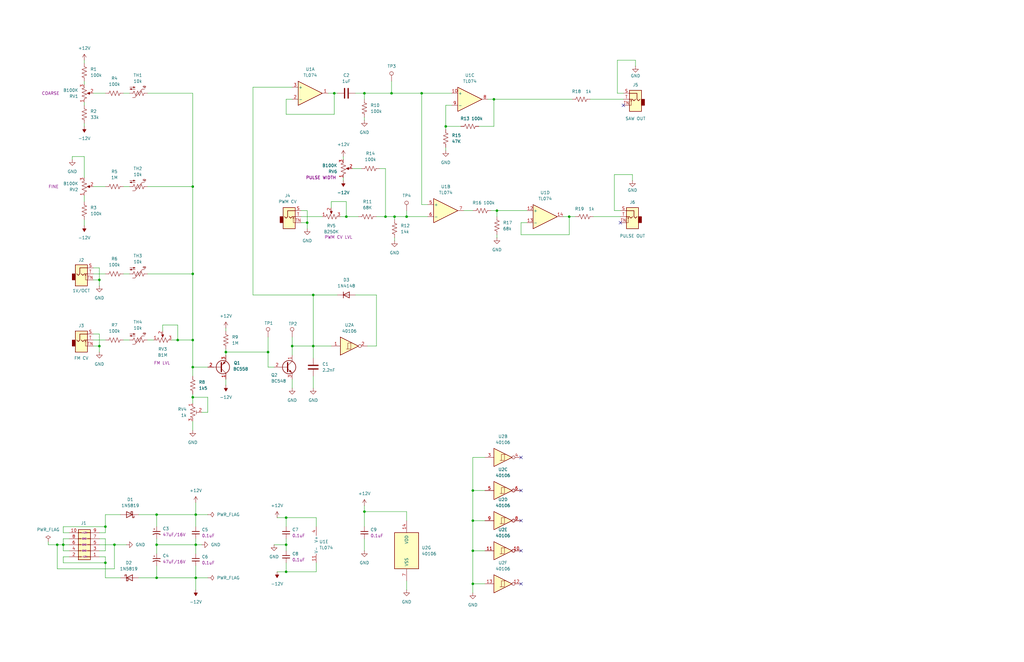
<source format=kicad_sch>
(kicad_sch (version 20250114) (generator "eeschema") (generator_version "9.0")
  (paper "B")
  (junction (at 132.08 146.05))
  (junction (at 166.37 91.44))
  (junction (at 82.55 229.87))
  (junction (at 171.45 91.44))
  (junction (at 81.28 78.74))
  (junction (at 120.65 241.3))
  (junction (at 82.55 217.17))
  (junction (at 26.67 229.87))
  (junction (at 199.39 207.01))
  (junction (at 74.93 143.51))
  (junction (at 123.19 146.05))
  (junction (at 177.8 39.37))
  (junction (at 81.28 167.64))
  (junction (at 146.05 91.44))
  (junction (at 187.96 53.34))
  (junction (at 199.39 219.71))
  (junction (at 44.45 222.25))
  (junction (at 66.04 243.84))
  (junction (at 66.04 229.87))
  (junction (at 41.91 146.05))
  (junction (at 82.55 243.84))
  (junction (at 162.56 91.44))
  (junction (at 120.65 218.44))
  (junction (at 240.03 91.44))
  (junction (at 81.28 115.57))
  (junction (at 120.65 229.87))
  (junction (at 81.28 143.51))
  (junction (at 140.97 39.37))
  (junction (at 199.39 246.38))
  (junction (at 41.91 118.11))
  (junction (at 208.28 41.91))
  (junction (at 48.26 229.87))
  (junction (at 24.13 229.87))
  (junction (at 44.45 237.49))
  (junction (at 209.55 88.9))
  (junction (at 153.67 39.37))
  (junction (at 153.67 215.9))
  (junction (at 66.04 217.17))
  (junction (at 113.03 148.59))
  (junction (at 165.1 39.37))
  (junction (at 81.28 154.94))
  (junction (at 199.39 232.41))
  (junction (at 95.25 148.59))
  (junction (at 129.54 93.98))
  (junction (at 132.08 124.46))
  (no_connect (at 219.71 207.01))
  (no_connect (at 219.71 246.38))
  (no_connect (at 219.71 232.41))
  (no_connect (at 219.71 193.04))
  (no_connect (at 261.62 93.98))
  (no_connect (at 262.89 44.45))
  (no_connect (at 219.71 219.71))
  (bus_entry (at 439.42 80.01) (size 2.54 2.54))
  (wire (pts (xy 250.19 91.44) (xy 261.62 91.44)))
  (wire (pts (xy 44.45 217.17) (xy 44.45 222.25)))
  (wire (pts (xy 154.94 146.05) (xy 158.75 146.05)))
  (wire (pts (xy 26.67 229.87) (xy 26.67 227.33)))
  (wire (pts (xy 260.35 25.4) (xy 267.97 25.4)))
  (wire (pts (xy 146.05 85.09) (xy 146.05 91.44)))
  (wire (pts (xy 144.78 66.04) (xy 144.78 67.31)))
  (wire (pts (xy 204.47 232.41) (xy 199.39 232.41)))
  (wire (pts (xy 259.08 88.9) (xy 259.08 73.66)))
  (wire (pts (xy 123.19 160.02) (xy 123.19 163.83)))
  (wire (pts (xy 199.39 207.01) (xy 199.39 219.71)))
  (wire (pts (xy 62.23 115.57) (xy 81.28 115.57)))
  (wire (pts (xy 87.63 167.64) (xy 81.28 167.64)))
  (wire (pts (xy 44.45 243.84) (xy 50.8 243.84)))
  (wire (pts (xy 113.03 148.59) (xy 113.03 142.24)))
  (wire (pts (xy 133.35 237.49) (xy 133.35 241.3)))
  (wire (pts (xy 66.04 229.87) (xy 66.04 233.68)))
  (wire (pts (xy 240.03 91.44) (xy 240.03 99.06)))
  (wire (pts (xy 187.96 44.45) (xy 190.5 44.45)))
  (wire (pts (xy 82.55 243.84) (xy 87.63 243.84)))
  (wire (pts (xy 74.93 137.16) (xy 74.93 143.51)))
  (wire (pts (xy 120.65 41.91) (xy 123.19 41.91)))
  (wire (pts (xy 199.39 246.38) (xy 199.39 250.19)))
  (wire (pts (xy 153.67 215.9) (xy 171.45 215.9)))
  (wire (pts (xy 81.28 143.51) (xy 81.28 115.57)))
  (wire (pts (xy 160.02 71.12) (xy 162.56 71.12)))
  (wire (pts (xy 81.28 154.94) (xy 81.28 158.75)))
  (wire (pts (xy 204.47 219.71) (xy 199.39 219.71)))
  (wire (pts (xy 260.35 39.37) (xy 262.89 39.37)))
  (wire (pts (xy 106.68 124.46) (xy 132.08 124.46)))
  (wire (pts (xy 62.23 78.74) (xy 81.28 78.74)))
  (wire (pts (xy 165.1 39.37) (xy 177.8 39.37)))
  (wire (pts (xy 52.07 39.37) (xy 54.61 39.37)))
  (wire (pts (xy 82.55 229.87) (xy 85.09 229.87)))
  (wire (pts (xy 74.93 143.51) (xy 72.39 143.51)))
  (wire (pts (xy 199.39 193.04) (xy 199.39 207.01)))
  (wire (pts (xy 62.23 39.37) (xy 81.28 39.37)))
  (wire (pts (xy 166.37 91.44) (xy 166.37 92.71)))
  (wire (pts (xy 259.08 73.66) (xy 266.7 73.66)))
  (wire (pts (xy 87.63 173.99) (xy 87.63 167.64)))
  (wire (pts (xy 116.84 241.3) (xy 120.65 241.3)))
  (wire (pts (xy 162.56 91.44) (xy 158.75 91.44)))
  (wire (pts (xy 81.28 177.8) (xy 81.28 181.61)))
  (wire (pts (xy 209.55 88.9) (xy 209.55 91.44)))
  (wire (pts (xy 95.25 147.32) (xy 95.25 148.59)))
  (wire (pts (xy 82.55 227.33) (xy 82.55 229.87)))
  (wire (pts (xy 153.67 39.37) (xy 153.67 41.91)))
  (wire (pts (xy 58.42 217.17) (xy 66.04 217.17)))
  (wire (pts (xy 39.37 140.97) (xy 41.91 140.97)))
  (wire (pts (xy 48.26 229.87) (xy 53.34 229.87)))
  (wire (pts (xy 204.47 193.04) (xy 199.39 193.04)))
  (wire (pts (xy 199.39 219.71) (xy 199.39 232.41)))
  (wire (pts (xy 82.55 217.17) (xy 87.63 217.17)))
  (wire (pts (xy 44.45 222.25) (xy 26.67 222.25)))
  (wire (pts (xy 68.58 139.7) (xy 68.58 137.16)))
  (wire (pts (xy 35.56 52.07) (xy 35.56 53.34)))
  (wire (pts (xy 82.55 217.17) (xy 82.55 222.25)))
  (wire (pts (xy 259.08 88.9) (xy 261.62 88.9)))
  (wire (pts (xy 95.25 160.02) (xy 95.25 162.56)))
  (wire (pts (xy 209.55 99.06) (xy 209.55 100.33)))
  (wire (pts (xy 39.37 39.37) (xy 44.45 39.37)))
  (wire (pts (xy 123.19 146.05) (xy 132.08 146.05)))
  (wire (pts (xy 187.96 62.23) (xy 187.96 63.5)))
  (wire (pts (xy 195.58 88.9) (xy 199.39 88.9)))
  (wire (pts (xy 39.37 78.74) (xy 44.45 78.74)))
  (wire (pts (xy 20.32 228.6) (xy 20.32 229.87)))
  (wire (pts (xy 20.32 229.87) (xy 24.13 229.87)))
  (wire (pts (xy 44.45 217.17) (xy 50.8 217.17)))
  (wire (pts (xy 208.28 41.91) (xy 205.74 41.91)))
  (wire (pts (xy 82.55 243.84) (xy 82.55 248.92)))
  (wire (pts (xy 120.65 229.87) (xy 115.57 229.87)))
  (wire (pts (xy 177.8 86.36) (xy 180.34 86.36)))
  (wire (pts (xy 41.91 227.33) (xy 44.45 227.33)))
  (wire (pts (xy 152.4 71.12) (xy 148.59 71.12)))
  (wire (pts (xy 120.65 218.44) (xy 120.65 222.25)))
  (wire (pts (xy 204.47 207.01) (xy 199.39 207.01)))
  (wire (pts (xy 208.28 53.34) (xy 201.93 53.34)))
  (wire (pts (xy 66.04 229.87) (xy 82.55 229.87)))
  (wire (pts (xy 106.68 36.83) (xy 123.19 36.83)))
  (wire (pts (xy 29.21 234.95) (xy 26.67 234.95)))
  (wire (pts (xy 113.03 154.94) (xy 115.57 154.94)))
  (wire (pts (xy 177.8 39.37) (xy 190.5 39.37)))
  (wire (pts (xy 240.03 91.44) (xy 242.57 91.44)))
  (wire (pts (xy 153.67 49.53) (xy 153.67 50.8)))
  (wire (pts (xy 171.45 215.9) (xy 171.45 219.71)))
  (wire (pts (xy 127 88.9) (xy 129.54 88.9)))
  (wire (pts (xy 44.45 237.49) (xy 44.45 234.95)))
  (wire (pts (xy 35.56 92.71) (xy 35.56 95.25)))
  (wire (pts (xy 41.91 146.05) (xy 41.91 148.59)))
  (wire (pts (xy 120.65 232.41) (xy 120.65 229.87)))
  (wire (pts (xy 133.35 222.25) (xy 133.35 218.44)))
  (wire (pts (xy 41.91 229.87) (xy 48.26 229.87)))
  (wire (pts (xy 153.67 227.33) (xy 153.67 232.41)))
  (wire (pts (xy 39.37 118.11) (xy 41.91 118.11)))
  (wire (pts (xy 66.04 243.84) (xy 82.55 243.84)))
  (wire (pts (xy 24.13 229.87) (xy 24.13 240.03)))
  (wire (pts (xy 41.91 140.97) (xy 41.91 146.05)))
  (wire (pts (xy 68.58 137.16) (xy 74.93 137.16)))
  (wire (pts (xy 35.56 66.04) (xy 30.48 66.04)))
  (wire (pts (xy 39.37 115.57) (xy 44.45 115.57)))
  (wire (pts (xy 158.75 124.46) (xy 158.75 146.05)))
  (wire (pts (xy 209.55 88.9) (xy 222.25 88.9)))
  (wire (pts (xy 26.67 234.95) (xy 26.67 237.49)))
  (wire (pts (xy 26.67 224.79) (xy 26.67 222.25)))
  (wire (pts (xy 52.07 78.74) (xy 54.61 78.74)))
  (wire (pts (xy 26.67 229.87) (xy 29.21 229.87)))
  (wire (pts (xy 44.45 243.84) (xy 44.45 237.49)))
  (wire (pts (xy 26.67 229.87) (xy 24.13 229.87)))
  (wire (pts (xy 116.84 218.44) (xy 120.65 218.44)))
  (wire (pts (xy 95.25 138.43) (xy 95.25 139.7)))
  (wire (pts (xy 44.45 222.25) (xy 44.45 224.79)))
  (wire (pts (xy 39.37 113.03) (xy 41.91 113.03)))
  (wire (pts (xy 143.51 91.44) (xy 146.05 91.44)))
  (wire (pts (xy 248.92 41.91) (xy 262.89 41.91)))
  (wire (pts (xy 132.08 158.75) (xy 132.08 163.83)))
  (wire (pts (xy 140.97 39.37) (xy 142.24 39.37)))
  (wire (pts (xy 81.28 143.51) (xy 81.28 154.94)))
  (wire (pts (xy 81.28 166.37) (xy 81.28 167.64)))
  (wire (pts (xy 35.56 82.55) (xy 35.56 85.09)))
  (wire (pts (xy 26.67 232.41) (xy 26.67 229.87)))
  (wire (pts (xy 194.31 53.34) (xy 187.96 53.34)))
  (wire (pts (xy 260.35 39.37) (xy 260.35 25.4)))
  (wire (pts (xy 153.67 213.36) (xy 153.67 215.9)))
  (wire (pts (xy 149.86 39.37) (xy 153.67 39.37)))
  (wire (pts (xy 52.07 143.51) (xy 54.61 143.51)))
  (wire (pts (xy 44.45 227.33) (xy 44.45 232.41)))
  (wire (pts (xy 266.7 73.66) (xy 266.7 76.2)))
  (wire (pts (xy 171.45 91.44) (xy 171.45 88.9)))
  (wire (pts (xy 267.97 25.4) (xy 267.97 27.94)))
  (wire (pts (xy 207.01 88.9) (xy 209.55 88.9)))
  (wire (pts (xy 81.28 115.57) (xy 81.28 78.74)))
  (wire (pts (xy 120.65 48.26) (xy 120.65 41.91)))
  (wire (pts (xy 166.37 91.44) (xy 171.45 91.44)))
  (wire (pts (xy 204.47 246.38) (xy 199.39 246.38)))
  (wire (pts (xy 48.26 240.03) (xy 48.26 229.87)))
  (wire (pts (xy 133.35 241.3) (xy 120.65 241.3)))
  (wire (pts (xy 30.48 66.04) (xy 30.48 67.31)))
  (wire (pts (xy 29.21 232.41) (xy 26.67 232.41)))
  (wire (pts (xy 187.96 53.34) (xy 187.96 44.45)))
  (wire (pts (xy 166.37 100.33) (xy 166.37 101.6)))
  (wire (pts (xy 129.54 88.9) (xy 129.54 93.98)))
  (wire (pts (xy 171.45 245.11) (xy 171.45 248.92)))
  (wire (pts (xy 66.04 238.76) (xy 66.04 243.84)))
  (wire (pts (xy 29.21 224.79) (xy 26.67 224.79)))
  (wire (pts (xy 132.08 124.46) (xy 132.08 146.05)))
  (wire (pts (xy 132.08 146.05) (xy 139.7 146.05)))
  (wire (pts (xy 39.37 143.51) (xy 44.45 143.51)))
  (wire (pts (xy 127 93.98) (xy 129.54 93.98)))
  (wire (pts (xy 177.8 39.37) (xy 177.8 86.36)))
  (wire (pts (xy 162.56 91.44) (xy 166.37 91.44)))
  (wire (pts (xy 158.75 124.46) (xy 149.86 124.46)))
  (wire (pts (xy 120.65 241.3) (xy 120.65 237.49)))
  (wire (pts (xy 139.7 87.63) (xy 139.7 85.09)))
  (wire (pts (xy 132.08 146.05) (xy 132.08 151.13)))
  (wire (pts (xy 240.03 99.06) (xy 219.71 99.06)))
  (wire (pts (xy 35.56 34.29) (xy 35.56 35.56)))
  (wire (pts (xy 142.24 124.46) (xy 132.08 124.46)))
  (wire (pts (xy 74.93 143.51) (xy 81.28 143.51)))
  (wire (pts (xy 153.67 215.9) (xy 153.67 222.25)))
  (wire (pts (xy 127 91.44) (xy 135.89 91.44)))
  (wire (pts (xy 81.28 167.64) (xy 81.28 170.18)))
  (wire (pts (xy 66.04 217.17) (xy 82.55 217.17)))
  (wire (pts (xy 187.96 53.34) (xy 187.96 54.61)))
  (wire (pts (xy 129.54 93.98) (xy 129.54 96.52)))
  (wire (pts (xy 138.43 39.37) (xy 140.97 39.37)))
  (wire (pts (xy 237.49 91.44) (xy 240.03 91.44)))
  (wire (pts (xy 219.71 99.06) (xy 219.71 93.98)))
  (wire (pts (xy 95.25 148.59) (xy 95.25 149.86)))
  (wire (pts (xy 120.65 218.44) (xy 133.35 218.44)))
  (wire (pts (xy 144.78 74.93) (xy 144.78 76.2)))
  (wire (pts (xy 66.04 217.17) (xy 66.04 222.25)))
  (wire (pts (xy 81.28 154.94) (xy 87.63 154.94)))
  (wire (pts (xy 113.03 148.59) (xy 113.03 154.94)))
  (wire (pts (xy 165.1 34.29) (xy 165.1 39.37)))
  (wire (pts (xy 241.3 41.91) (xy 208.28 41.91)))
  (wire (pts (xy 44.45 224.79) (xy 41.91 224.79)))
  (wire (pts (xy 52.07 115.57) (xy 54.61 115.57)))
  (wire (pts (xy 153.67 39.37) (xy 165.1 39.37)))
  (wire (pts (xy 106.68 124.46) (xy 106.68 36.83)))
  (wire (pts (xy 41.91 232.41) (xy 44.45 232.41)))
  (wire (pts (xy 146.05 91.44) (xy 151.13 91.44)))
  (wire (pts (xy 41.91 113.03) (xy 41.91 118.11)))
  (wire (pts (xy 140.97 39.37) (xy 140.97 48.26)))
  (wire (pts (xy 139.7 85.09) (xy 146.05 85.09)))
  (wire (pts (xy 35.56 25.4) (xy 35.56 26.67)))
  (wire (pts (xy 85.09 173.99) (xy 87.63 173.99)))
  (wire (pts (xy 66.04 227.33) (xy 66.04 229.87)))
  (wire (pts (xy 162.56 71.12) (xy 162.56 91.44)))
  (wire (pts (xy 82.55 229.87) (xy 82.55 233.68)))
  (wire (pts (xy 123.19 146.05) (xy 123.19 149.86)))
  (wire (pts (xy 95.25 148.59) (xy 113.03 148.59)))
  (wire (pts (xy 35.56 43.18) (xy 35.56 44.45)))
  (wire (pts (xy 82.55 212.09) (xy 82.55 217.17)))
  (wire (pts (xy 26.67 227.33) (xy 29.21 227.33)))
  (wire (pts (xy 199.39 232.41) (xy 199.39 246.38)))
  (wire (pts (xy 123.19 142.24) (xy 123.19 146.05)))
  (wire (pts (xy 41.91 234.95) (xy 44.45 234.95)))
  (wire (pts (xy 41.91 118.11) (xy 41.91 120.65)))
  (wire (pts (xy 39.37 146.05) (xy 41.91 146.05)))
  (wire (pts (xy 219.71 93.98) (xy 222.25 93.98)))
  (wire (pts (xy 35.56 74.93) (xy 35.56 66.04)))
  (wire (pts (xy 82.55 243.84) (xy 82.55 238.76)))
  (wire (pts (xy 171.45 91.44) (xy 180.34 91.44)))
  (wire (pts (xy 66.04 243.84) (xy 58.42 243.84)))
  (wire (pts (xy 140.97 48.26) (xy 120.65 48.26)))
  (wire (pts (xy 24.13 240.03) (xy 48.26 240.03)))
  (wire (pts (xy 26.67 237.49) (xy 44.45 237.49)))
  (wire (pts (xy 62.23 143.51) (xy 64.77 143.51)))
  (wire (pts (xy 208.28 41.91) (xy 208.28 53.34)))
  (wire (pts (xy 81.28 39.37) (xy 81.28 78.74)))
  (wire (pts (xy 120.65 227.33) (xy 120.65 229.87)))
  (symbol (lib_id "Connector_Audio:AudioJack2_SwitchT") (at 266.7 91.44 0) (mirror y) (unit 1)
    (property "Reference" "J6" (at 266.7 85.344 0))
    (property "Value" "PULSE OUT" (at 266.7 99.568 0))
    (property "Footprint" "Connector_Audio:Jack_3.5mm_QingPu_WQP-PJ398SM_Vertical_CircularHoles" (effects (hide yes)))
    (property "Description" "Audio Jack, 2 Poles (Mono / TS), Switched T Pole (Normalling)" (effects (hide yes)))
    (property "Label" "PULSE" (effects (hide yes)))
  )
  (symbol (lib_id "Device:R_US") (at 156.21 71.12 270) (unit 1)
    (property "Reference" "R14" (at 156.21 64.77 90))
    (property "Value" "100k" (at 156.21 67.31 90))
    (property "Footprint" "JesseCustom:R_Axial_DIN0207_L6.3mm_D2.5mm_P10.16mm_Horizontal_VALUEINSIDE" (effects (hide yes)))
    (property "Description" "Resistor, US symbol" (effects (hide yes)))
  )
  (symbol (lib_id "Device:R_US") (at 153.67 45.72 180) (unit 1)
    (property "Reference" "R10" (at 156.21 44.4499 0) (effects (justify right)))
    (property "Value" "100k" (at 156.21 46.9899 0) (effects (justify right)))
    (property "Footprint" "JesseCustom:R_Axial_DIN0207_L6.3mm_D2.5mm_P10.16mm_Horizontal_VALUEINSIDE" (effects (hide yes)))
    (property "Description" "Resistor, US symbol" (effects (hide yes)))
  )
  (symbol (lib_id "power:+12V") (at 82.55 212.09 0) (unit 1)
    (property "Reference" "#PWR022" (effects (hide yes)))
    (property "Value" "+12V" (at 82.55 207.01 0))
    (property "Description" "Power symbol creates a global label with name \"+12V\"" (effects (hide yes)))
  )
  (symbol (lib_id "Device:R_US") (at 81.28 162.56 0) (unit 1)
    (property "Reference" "R8" (at 83.82 161.2899 0) (effects (justify left)))
    (property "Value" "1k5" (at 83.82 163.8299 0) (effects (justify left)))
    (property "Footprint" "JesseCustom:R_Axial_DIN0207_L6.3mm_D2.5mm_P10.16mm_Horizontal_VALUEINSIDE" (effects (hide yes)))
    (property "Description" "Resistor, US symbol" (effects (hide yes)))
  )
  (symbol (lib_id "power:+12V") (at 95.25 138.43 0) (unit 1)
    (property "Reference" "#PWR010" (effects (hide yes)))
    (property "Value" "+12V" (at 95.25 133.35 0))
    (property "Description" "Power symbol creates a global label with name \"+12V\"" (effects (hide yes)))
  )
  (symbol (lib_id "power:GND") (at 30.48 67.31 0) (unit 1)
    (property "Reference" "#PWR05" (effects (hide yes)))
    (property "Value" "GND" (at 30.48 72.39 0))
    (property "Description" "Power symbol creates a global label with name \"GND\" , ground" (effects (hide yes)))
  )
  (symbol (lib_id "power:GND") (at 171.45 248.92 0) (unit 1)
    (property "Reference" "#PWR029" (effects (hide yes)))
    (property "Value" "GND" (at 171.45 254 0))
    (property "Description" "Power symbol creates a global label with name \"GND\" , ground" (effects (hide yes)))
  )
  (symbol (lib_id "power:GND") (at 41.91 120.65 0) (unit 1)
    (property "Reference" "#PWR06" (effects (hide yes)))
    (property "Value" "GND" (at 41.91 125.73 0))
    (property "Description" "Power symbol creates a global label with name \"GND\" , ground" (effects (hide yes)))
  )
  (symbol (lib_id "Device:R_US") (at 166.37 96.52 180) (unit 1)
    (property "Reference" "R12" (at 168.91 95.2499 0) (effects (justify right)))
    (property "Value" "14k" (at 168.91 97.7899 0) (effects (justify right)))
    (property "Footprint" "JesseCustom:R_Axial_DIN0207_L6.3mm_D2.5mm_P10.16mm_Horizontal_VALUEINSIDE" (effects (hide yes)))
    (property "Description" "Resistor, US symbol" (effects (hide yes)))
  )
  (symbol (lib_id "power:GND") (at 199.39 250.19 0) (unit 1)
    (property "Reference" "#PWR030" (effects (hide yes)))
    (property "Value" "GND" (at 199.39 255.27 0))
    (property "Description" "Power symbol creates a global label with name \"GND\" , ground" (effects (hide yes)))
  )
  (symbol (lib_id "Connector_Generic:Conn_02x05_Odd_Even") (at 36.83 229.87 180) (unit 1)
    (property "Reference" "J1" (at 35.306 220.726 0))
    (property "Value" "Conn_02x05_Odd_Even" (effects (hide yes)))
    (property "Footprint" "Connector_IDC:IDC-Header_2x05_P2.54mm_Vertical" (effects (hide yes)))
    (property "Description" "Generic connector, double row, 02x05, odd/even pin numbering scheme (row 1 odd numbers, row 2 even numbers), script generated (kicad-library-utils/schlib/autogen/connector/)" (effects (hide yes)))
    (property "Pins 9 & 10" "+12V" (at 35.56 224.79 0) (effects (font (size 0.6096 0.6096))))
    (property "Pins 1 & 2" "-12V" (at 35.56 234.95 0) (effects (font (size 0.6096 0.6096))))
    (property "Pins 7 & 8" "GND" (at 35.56 227.33 0) (effects (font (size 0.6096 0.6096))))
    (property "Pins 5 & 6" "GND" (at 35.56 229.87 0) (effects (font (size 0.6096 0.6096))))
    (property "Pins 3 & 4" "GND" (at 35.56 232.41 0) (effects (font (size 0.6096 0.6096))))
  )
  (symbol (lib_id "power:GND") (at 267.97 27.94 0) (unit 1)
    (property "Reference" "#PWR020" (effects (hide yes)))
    (property "Value" "GND" (at 267.97 32.004 0))
    (property "Description" "Power symbol creates a global label with name \"GND\" , ground" (effects (hide yes)))
  )
  (symbol (lib_id "Device:R_US") (at 246.38 91.44 270) (unit 1)
    (property "Reference" "R19" (at 244.348 88.138 90))
    (property "Value" "1k" (at 249.428 88.138 90))
    (property "Footprint" "JesseCustom:R_Axial_DIN0207_L6.3mm_D2.5mm_P10.16mm_Horizontal_VALUEINSIDE" (effects (hide yes)))
    (property "Description" "Resistor, US symbol" (effects (hide yes)))
  )
  (symbol (lib_id "Connector_Audio:AudioJack2_SwitchT") (at 267.97 41.91 0) (mirror y) (unit 1)
    (property "Reference" "J5" (at 267.97 35.814 0))
    (property "Value" "SAW OUT" (at 267.97 50.038 0))
    (property "Footprint" "Connector_Audio:Jack_3.5mm_QingPu_WQP-PJ398SM_Vertical_CircularHoles" (effects (hide yes)))
    (property "Description" "Audio Jack, 2 Poles (Mono / TS), Switched T Pole (Normalling)" (effects (hide yes)))
    (property "Label" "SAW" (effects (hide yes)))
  )
  (symbol (lib_id "Device:R_US") (at 95.25 143.51 180) (unit 1)
    (property "Reference" "R9" (at 97.79 142.2399 0) (effects (justify right)))
    (property "Value" "1M" (at 97.79 144.7799 0) (effects (justify right)))
    (property "Footprint" "JesseCustom:R_Axial_DIN0207_L6.3mm_D2.5mm_P10.16mm_Horizontal_VALUEINSIDE" (effects (hide yes)))
    (property "Description" "Resistor, US symbol" (effects (hide yes)))
  )
  (symbol (lib_id "Connector_Audio:AudioJack2_SwitchT") (at 34.29 115.57 0) (unit 1)
    (property "Reference" "J2" (at 34.29 109.728 0))
    (property "Value" "1V/OCT" (at 34.29 122.682 0))
    (property "Footprint" "Connector_Audio:Jack_3.5mm_QingPu_WQP-PJ398SM_Vertical_CircularHoles" (effects (hide yes)))
    (property "Description" "Audio Jack, 2 Poles (Mono / TS), Switched T Pole (Normalling)" (effects (hide yes)))
  )
  (symbol (lib_id "Device:R_US") (at 154.94 91.44 270) (unit 1)
    (property "Reference" "R11" (at 154.94 85.09 90))
    (property "Value" "68K" (at 154.94 87.63 90))
    (property "Footprint" "JesseCustom:R_Axial_DIN0207_L6.3mm_D2.5mm_P10.16mm_Horizontal_VALUEINSIDE" (effects (hide yes)))
    (property "Description" "Resistor, US symbol" (effects (hide yes)))
  )
  (symbol (lib_id "Amplifier_Operational:TL074") (at 198.12 41.91 0) (unit 3)
    (property "Reference" "U1" (at 198.12 31.75 0))
    (property "Value" "TL074" (at 198.12 34.29 0))
    (property "Footprint" "PCM_4ms_Package_DIP:DIP-14_W7.62mm" (effects (hide yes)))
    (property "Datasheet" "http://www.ti.com/lit/ds/symlink/tl071.pdf" (effects (hide yes)))
    (property "Description" "Quad Low-Noise JFET-Input Operational Amplifiers, DIP-14/SOIC-14" (effects (hide yes)))
  )
  (symbol (lib_id "4xxx:40106") (at 212.09 246.38 0) (unit 6)
    (property "Reference" "U2" (at 212.09 237.49 0))
    (property "Value" "40106" (at 212.09 240.03 0))
    (property "Footprint" "PCM_4ms_Package_DIP:DIP-14_W7.62mm" (effects (hide yes)))
    (property "Datasheet" "https://assets.nexperia.com/documents/data-sheet/HEF40106B.pdf" (effects (hide yes)))
    (property "Description" "Hex Schmitt trigger inverter" (effects (hide yes)))
  )
  (symbol (lib_id "power:GND") (at 123.19 163.83 0) (unit 1)
    (property "Reference" "#PWR011" (effects (hide yes)))
    (property "Value" "GND" (at 123.19 168.91 0))
    (property "Description" "Power symbol creates a global label with name \"GND\" , ground" (effects (hide yes)))
  )
  (symbol (lib_id "Device:R_Potentiometer_Trim_US") (at 81.28 173.99 0) (unit 1)
    (property "Reference" "RV4" (at 78.74 172.7199 0) (effects (justify right)))
    (property "Value" "1k" (at 78.74 175.2599 0) (effects (justify right)))
    (property "Footprint" "Potentiometer_THT:Potentiometer_Bourns_3296W_Vertical" (effects (hide yes)))
    (property "Description" "Trim-potentiometer, US symbol" (effects (hide yes)))
  )
  (symbol (lib_id "power:GND") (at 153.67 232.41 0) (unit 1)
    (property "Reference" "#PWR028" (effects (hide yes)))
    (property "Value" "GND" (at 153.67 237.49 0))
    (property "Description" "Power symbol creates a global label with name \"GND\" , ground" (effects (hide yes)))
  )
  (symbol (lib_id "Amplifier_Operational:TL074") (at 130.81 39.37 0) (unit 1)
    (property "Reference" "U1" (at 130.81 29.21 0))
    (property "Value" "TL074" (at 130.81 31.75 0))
    (property "Footprint" "PCM_4ms_Package_DIP:DIP-14_W7.62mm" (effects (hide yes)))
    (property "Datasheet" "http://www.ti.com/lit/ds/symlink/tl071.pdf" (effects (hide yes)))
    (property "Description" "Quad Low-Noise JFET-Input Operational Amplifiers, DIP-14/SOIC-14" (effects (hide yes)))
  )
  (symbol (lib_id "power:PWR_FLAG") (at 20.32 228.6 0) (unit 1)
    (property "Reference" "#FLG03" (effects (hide yes)))
    (property "Value" "PWR_FLAG" (at 20.32 223.52 0))
    (property "Description" "Special symbol for telling ERC where power comes from" (effects (hide yes)))
  )
  (symbol (lib_id "Amplifier_Operational:TL074") (at 229.87 91.44 0) (unit 4)
    (property "Reference" "U1" (at 229.87 81.28 0))
    (property "Value" "TL074" (at 229.87 83.82 0))
    (property "Footprint" "PCM_4ms_Package_DIP:DIP-14_W7.62mm" (effects (hide yes)))
    (property "Datasheet" "http://www.ti.com/lit/ds/symlink/tl071.pdf" (effects (hide yes)))
    (property "Description" "Quad Low-Noise JFET-Input Operational Amplifiers, DIP-14/SOIC-14" (effects (hide yes)))
  )
  (symbol (lib_id "Device:R_US") (at 35.56 88.9 0) (unit 1)
    (property "Reference" "R3" (at 38.1 87.6299 0) (effects (justify left)))
    (property "Value" "100k" (at 38.1 90.1699 0) (effects (justify left)))
    (property "Footprint" "JesseCustom:R_Axial_DIN0207_L6.3mm_D2.5mm_P10.16mm_Horizontal_VALUEINSIDE" (effects (hide yes)))
    (property "Description" "Resistor, US symbol" (effects (hide yes)))
  )
  (symbol (lib_id "power:GND") (at 81.28 181.61 0) (unit 1)
    (property "Reference" "#PWR08" (effects (hide yes)))
    (property "Value" "GND" (at 81.28 186.69 0))
    (property "Description" "Power symbol creates a global label with name \"GND\" , ground" (effects (hide yes)))
  )
  (symbol (lib_id "power:-12V") (at 35.56 95.25 180) (unit 1)
    (property "Reference" "#PWR04" (effects (hide yes)))
    (property "Value" "-12V" (at 35.56 100.33 0))
    (property "Description" "Power symbol creates a global label with name \"-12V\"" (effects (hide yes)))
  )
  (symbol (lib_id "Device:R_US") (at 35.56 30.48 0) (unit 1)
    (property "Reference" "R1" (at 38.1 29.2099 0) (effects (justify left)))
    (property "Value" "100k" (at 38.1 31.7499 0) (effects (justify left)))
    (property "Footprint" "JesseCustom:R_Axial_DIN0207_L6.3mm_D2.5mm_P10.16mm_Horizontal_VALUEINSIDE" (effects (hide yes)))
    (property "Description" "Resistor, US symbol" (effects (hide yes)))
  )
  (symbol (lib_id "Diode:1N5819") (at 54.61 217.17 180) (unit 1)
    (property "Reference" "D1" (at 54.9275 210.82 0))
    (property "Value" "1N5819" (at 54.9275 213.36 0))
    (property "Footprint" "Diode_THT:D_DO-41_SOD81_P10.16mm_Horizontal" (effects (hide yes)))
    (property "Datasheet" "http://www.vishay.com/docs/88525/1n5817.pdf" (effects (hide yes)))
    (property "Description" "40V 1A Schottky Barrier Rectifier Diode, DO-41" (effects (hide yes)))
  )
  (symbol (lib_id "power:-12V") (at 95.25 162.56 180) (unit 1)
    (property "Reference" "#PWR09" (effects (hide yes)))
    (property "Value" "-12V" (at 95.25 167.64 0))
    (property "Description" "Power symbol creates a global label with name \"-12V\"" (effects (hide yes)))
  )
  (symbol (lib_id "power:GND") (at 85.09 229.87 90) (unit 1)
    (property "Reference" "#PWR024" (effects (hide yes)))
    (property "Value" "GND" (at 88.9 229.8699 90) (effects (justify right)))
    (property "Description" "Power symbol creates a global label with name \"GND\" , ground" (effects (hide yes)))
  )
  (symbol (lib_id "Device:R_US") (at 203.2 88.9 270) (unit 1)
    (property "Reference" "R16" (at 201.168 85.598 90))
    (property "Value" "100k" (at 206.248 85.598 90))
    (property "Footprint" "JesseCustom:R_Axial_DIN0207_L6.3mm_D2.5mm_P10.16mm_Horizontal_VALUEINSIDE" (effects (hide yes)))
    (property "Description" "Resistor, US symbol" (effects (hide yes)))
  )
  (symbol (lib_id "Diode:1N5819") (at 54.61 243.84 0) (unit 1)
    (property "Reference" "D2" (at 54.2925 237.49 0))
    (property "Value" "1N5819" (at 54.2925 240.03 0))
    (property "Footprint" "Diode_THT:D_DO-41_SOD81_P10.16mm_Horizontal" (effects (hide yes)))
    (property "Datasheet" "http://www.vishay.com/docs/88525/1n5817.pdf" (effects (hide yes)))
    (property "Description" "40V 1A Schottky Barrier Rectifier Diode, DO-41" (effects (hide yes)))
  )
  (symbol (lib_id "power:GND") (at 132.08 163.83 0) (unit 1)
    (property "Reference" "#PWR012" (effects (hide yes)))
    (property "Value" "GND" (at 132.08 168.91 0))
    (property "Description" "Power symbol creates a global label with name \"GND\" , ground" (effects (hide yes)))
  )
  (symbol (lib_id "PCM_4ms_Capacitor:0.1uF_0603_16V") (at 120.65 224.79 180) (unit 1)
    (property "Reference" "C7" (at 123.19 223.5135 0) (effects (justify right)))
    (property "Value" "0.1uF_0603_16V" (effects (hide yes)))
    (property "Footprint" "Capacitor_THT:C_Disc_D8.0mm_W2.5mm_P5.00mm" (effects (hide yes)))
    (property "Description" "0.1uF, Min. 16V 10%, X7R or X5R or similar" (effects (hide yes)))
    (property "Specifications" "0.1uF, Min. 16V 10%, X7R or X5R or similar" (effects (hide yes)))
    (property "Manufacturer" "AVX Corporation" (effects (hide yes)))
    (property "Part Number" "0603YC104KAT2A" (effects (hide yes)))
    (property "Display" "0.1uF" (at 123.19 226.0535 0) (effects (justify right)))
    (property "JLCPCB ID" "C14663" (effects (hide yes)))
  )
  (symbol (lib_id "Amplifier_Operational:TL074") (at 187.96 88.9 0) (unit 2)
    (property "Reference" "U1" (at 187.96 78.74 0))
    (property "Value" "TL074" (at 187.96 81.28 0))
    (property "Footprint" "PCM_4ms_Package_DIP:DIP-14_W7.62mm" (effects (hide yes)))
    (property "Datasheet" "http://www.ti.com/lit/ds/symlink/tl071.pdf" (effects (hide yes)))
    (property "Description" "Quad Low-Noise JFET-Input Operational Amplifiers, DIP-14/SOIC-14" (effects (hide yes)))
  )
  (symbol (lib_id "Transistor_BJT:BC548") (at 120.65 154.94 0) (unit 1)
    (property "Reference" "Q2" (at 114.3 158.242 0) (effects (justify left)))
    (property "Value" "BC548" (at 114.3 160.782 0) (effects (justify left)))
    (property "Footprint" "Package_TO_SOT_THT:TO-92_Inline" (effects (hide yes)))
    (property "Datasheet" "https://www.onsemi.com/pub/Collateral/BC550-D.pdf" (effects (hide yes)))
    (property "Description" "0.1A Ic, 30V Vce, Small Signal NPN Transistor, TO-92" (effects (hide yes)))
  )
  (symbol (lib_id "power:GND") (at 187.96 63.5 0) (unit 1)
    (property "Reference" "#PWR018" (effects (hide yes)))
    (property "Value" "GND" (at 187.96 68.58 0))
    (property "Description" "Power symbol creates a global label with name \"GND\" , ground" (effects (hide yes)))
  )
  (symbol (lib_id "Device:R_US") (at 187.96 58.42 180) (unit 1)
    (property "Reference" "R15" (at 190.5 57.1499 0) (effects (justify right)))
    (property "Value" "47K" (at 190.5 59.6899 0) (effects (justify right)))
    (property "Footprint" "JesseCustom:R_Axial_DIN0207_L6.3mm_D2.5mm_P10.16mm_Horizontal_VALUEINSIDE" (effects (hide yes)))
    (property "Description" "Resistor, US symbol" (effects (hide yes)))
  )
  (symbol (lib_id "power:GND") (at 209.55 100.33 0) (unit 1)
    (property "Reference" "#PWR019" (effects (hide yes)))
    (property "Value" "GND" (at 209.55 105.41 0))
    (property "Description" "Power symbol creates a global label with name \"GND\" , ground" (effects (hide yes)))
  )
  (symbol (lib_id "Connector:TestPoint") (at 123.19 142.24 0) (unit 1)
    (property "Reference" "TP2" (at 121.666 136.652 0) (effects (justify left)))
    (property "Value" "TestPoint" (effects (hide yes)))
    (property "Footprint" "TestPoint:TestPoint_Plated_Hole_D2.0mm" (effects (hide yes)))
    (property "Description" "test point" (effects (hide yes)))
  )
  (symbol (lib_id "PCM_4ms_Capacitor:0.1uF_0603_16V") (at 120.65 234.95 0) (unit 1)
    (property "Reference" "C8" (at 123.19 233.6862 0) (effects (justify left)))
    (property "Value" "0.1uF_0603_16V" (effects (hide yes)))
    (property "Footprint" "Capacitor_THT:C_Disc_D8.0mm_W2.5mm_P5.00mm" (effects (hide yes)))
    (property "Description" "0.1uF, Min. 16V 10%, X7R or X5R or similar" (effects (hide yes)))
    (property "Specifications" "0.1uF, Min. 16V 10%, X7R or X5R or similar" (effects (hide yes)))
    (property "Manufacturer" "AVX Corporation" (effects (hide yes)))
    (property "Part Number" "0603YC104KAT2A" (effects (hide yes)))
    (property "Display" "0.1uF" (at 123.19 236.2262 0) (effects (justify left)))
    (property "JLCPCB ID" "C14663" (effects (hide yes)))
  )
  (symbol (lib_id "PCM_4ms_Capacitor:47uF_5x5.3_16V") (at 66.04 224.79 0) (unit 1)
    (property "Reference" "C3" (at 68.58 223.0881 0) (effects (justify left)))
    (property "Value" "47uF_5x5.3_16V" (effects (hide yes)))
    (property "Footprint" "Capacitor_THT:CP_Radial_D6.3mm_P2.50mm" (effects (hide yes)))
    (property "Description" "47uF, 16V, 20%, 5.00mmD*5.30mmH, 2000Hrs@85℃" (effects (hide yes)))
    (property "Specifications" "47uF, 16V, 20%, 5.00mmD*5.30mmH, 2000Hrs@85℃" (effects (hide yes)))
    (property "Manufacturer" "Lelon" (effects (hide yes)))
    (property "Part Number" "VE-470M1CTR-0505" (effects (hide yes)))
    (property "Display" "47uF/16V" (at 68.58 225.6281 0) (effects (justify left)))
    (property "JLCPCB ID" "C134798" (effects (hide yes)))
  )
  (symbol (lib_id "power:+12V") (at 116.84 218.44 0) (unit 1)
    (property "Reference" "#PWR025" (effects (hide yes)))
    (property "Value" "+12V" (at 116.84 213.36 0))
    (property "Description" "Power symbol creates a global label with name \"+12V\"" (effects (hide yes)))
  )
  (symbol (lib_id "Device:R_US") (at 48.26 143.51 270) (unit 1)
    (property "Reference" "R7" (at 48.26 137.16 90))
    (property "Value" "100k" (at 48.26 139.7 90))
    (property "Footprint" "JesseCustom:R_Axial_DIN0207_L6.3mm_D2.5mm_P10.16mm_Horizontal_VALUEINSIDE" (effects (hide yes)))
    (property "Description" "Resistor, US symbol" (effects (hide yes)))
  )
  (symbol (lib_id "Diode:1N4148") (at 146.05 124.46 0) (unit 1)
    (property "Reference" "D3" (at 146.05 118.11 0))
    (property "Value" "1N4148" (at 146.05 120.65 0))
    (property "Footprint" "Diode_THT:D_DO-35_SOD27_P7.62mm_Horizontal" (effects (hide yes)))
    (property "Datasheet" "https://assets.nexperia.com/documents/data-sheet/1N4148_1N4448.pdf" (effects (hide yes)))
    (property "Description" "100V 0.15A standard switching diode, DO-35" (effects (hide yes)))
    (property "Sim.Device" "D" (effects (hide yes)))
    (property "Sim.Pins" "1=K 2=A" (effects (hide yes)))
  )
  (symbol (lib_id "PCM_4ms_Capacitor:0.1uF_0603_16V") (at 82.55 224.79 0) (unit 1)
    (property "Reference" "C5" (at 85.09 223.5262 0) (effects (justify left)))
    (property "Value" "0.1uF_0603_16V" (effects (hide yes)))
    (property "Footprint" "Capacitor_THT:C_Disc_D8.0mm_W2.5mm_P5.00mm" (effects (hide yes)))
    (property "Description" "0.1uF, Min. 16V 10%, X7R or X5R or similar" (effects (hide yes)))
    (property "Specifications" "0.1uF, Min. 16V 10%, X7R or X5R or similar" (effects (hide yes)))
    (property "Manufacturer" "AVX Corporation" (effects (hide yes)))
    (property "Part Number" "0603YC104KAT2A" (effects (hide yes)))
    (property "Display" "0.1uF" (at 85.09 226.0662 0) (effects (justify left)))
    (property "JLCPCB ID" "C14663" (effects (hide yes)))
  )
  (symbol (lib_id "power:GND") (at 166.37 101.6 0) (unit 1)
    (property "Reference" "#PWR017" (effects (hide yes)))
    (property "Value" "GND" (at 166.37 106.68 0))
    (property "Description" "Power symbol creates a global label with name \"GND\" , ground" (effects (hide yes)))
  )
  (symbol (lib_id "PCM_4ms_Capacitor:0.1uF_0603_16V") (at 153.67 224.79 0) (unit 1)
    (property "Reference" "C9" (at 156.21 223.5262 0) (effects (justify left)))
    (property "Value" "0.1uF_0603_16V" (effects (hide yes)))
    (property "Footprint" "Capacitor_THT:C_Disc_D8.0mm_W2.5mm_P5.00mm" (effects (hide yes)))
    (property "Description" "0.1uF, Min. 16V 10%, X7R or X5R or similar" (effects (hide yes)))
    (property "Specifications" "0.1uF, Min. 16V 10%, X7R or X5R or similar" (effects (hide yes)))
    (property "Manufacturer" "AVX Corporation" (effects (hide yes)))
    (property "Part Number" "0603YC104KAT2A" (effects (hide yes)))
    (property "Display" "0.1uF" (at 156.21 226.0662 0) (effects (justify left)))
    (property "JLCPCB ID" "C14663" (effects (hide yes)))
  )
  (symbol (lib_id "Device:R_Potentiometer_US") (at 68.58 143.51 90) (unit 1)
    (property "Reference" "RV3" (at 68.58 147.32 90))
    (property "Value" "B1M" (at 68.58 149.86 90))
    (property "Footprint" "Potentiometer_THT:Potentiometer_Alpha_RD901F-40-00D_Single_Vertical" (effects (hide yes)))
    (property "Description" "Potentiometer, US symbol" (effects (hide yes)))
    (property "Label" "FM LVL" (at 68.326 153.162 90))
  )
  (symbol (lib_id "power:GND") (at 41.91 148.59 0) (unit 1)
    (property "Reference" "#PWR07" (effects (hide yes)))
    (property "Value" "GND" (at 41.91 153.67 0))
    (property "Description" "Power symbol creates a global label with name \"GND\" , ground" (effects (hide yes)))
  )
  (symbol (lib_id "power:PWR_FLAG") (at 87.63 243.84 270) (unit 1)
    (property "Reference" "#FLG02" (effects (hide yes)))
    (property "Value" "PWR_FLAG" (at 91.44 243.8399 90) (effects (justify left)))
    (property "Description" "Special symbol for telling ERC where power comes from" (effects (hide yes)))
  )
  (symbol (lib_id "Device:R_Potentiometer_US") (at 35.56 78.74 0) (mirror x) (unit 1)
    (property "Reference" "RV2" (at 33.02 80.0101 0) (effects (justify right)))
    (property "Value" "B100K" (at 33.02 77.4701 0) (effects (justify right)))
    (property "Footprint" "Potentiometer_THT:Potentiometer_Alpha_RD901F-40-00D_Single_Vertical" (effects (hide yes)))
    (property "Description" "Potentiometer, US symbol" (effects (hide yes)))
    (property "Param" "FINE" (at 22.606 78.74 0))
  )
  (symbol (lib_id "Device:R_Potentiometer_US") (at 35.56 39.37 0) (mirror x) (unit 1)
    (property "Reference" "RV1" (at 33.02 40.6401 0) (effects (justify right)))
    (property "Value" "B100K" (at 33.02 38.1001 0) (effects (justify right)))
    (property "Footprint" "Potentiometer_THT:Potentiometer_Alpha_RD901F-40-00D_Single_Vertical" (effects (hide yes)))
    (property "Description" "Potentiometer, US symbol" (effects (hide yes)))
    (property "Param" "COARSE" (at 21.336 39.37 0))
  )
  (symbol (lib_id "Device:R_US") (at 48.26 78.74 270) (unit 1)
    (property "Reference" "R5" (at 48.26 72.39 90))
    (property "Value" "1M" (at 48.26 74.93 90))
    (property "Footprint" "JesseCustom:R_Axial_DIN0207_L6.3mm_D2.5mm_P10.16mm_Horizontal_VALUEINSIDE" (effects (hide yes)))
    (property "Description" "Resistor, US symbol" (effects (hide yes)))
  )
  (symbol (lib_id "power:-12V") (at 82.55 248.92 180) (unit 1)
    (property "Reference" "#PWR023" (effects (hide yes)))
    (property "Value" "-12V" (at 82.55 254 0))
    (property "Description" "Power symbol creates a global label with name \"-12V\"" (effects (hide yes)))
  )
  (symbol (lib_id "Device:R_US") (at 48.26 115.57 270) (unit 1)
    (property "Reference" "R6" (at 48.26 109.22 90))
    (property "Value" "100k" (at 48.26 111.76 90))
    (property "Footprint" "JesseCustom:R_Axial_DIN0207_L6.3mm_D2.5mm_P10.16mm_Horizontal_VALUEINSIDE" (effects (hide yes)))
    (property "Description" "Resistor, US symbol" (effects (hide yes)))
  )
  (symbol (lib_id "Device:R_US") (at 35.56 48.26 0) (unit 1)
    (property "Reference" "R2" (at 38.1 46.9899 0) (effects (justify left)))
    (property "Value" "33k" (at 38.1 49.5299 0) (effects (justify left)))
    (property "Footprint" "JesseCustom:R_Axial_DIN0207_L6.3mm_D2.5mm_P10.16mm_Horizontal_VALUEINSIDE" (effects (hide yes)))
    (property "Description" "Resistor, US symbol" (effects (hide yes)))
  )
  (symbol (lib_id "4xxx:40106") (at 212.09 232.41 0) (unit 5)
    (property "Reference" "U2" (at 212.09 223.52 0))
    (property "Value" "40106" (at 212.09 226.06 0))
    (property "Footprint" "PCM_4ms_Package_DIP:DIP-14_W7.62mm" (effects (hide yes)))
    (property "Datasheet" "https://assets.nexperia.com/documents/data-sheet/HEF40106B.pdf" (effects (hide yes)))
    (property "Description" "Hex Schmitt trigger inverter" (effects (hide yes)))
  )
  (symbol (lib_id "power:GND") (at 153.67 50.8 0) (unit 1)
    (property "Reference" "#PWR013" (effects (hide yes)))
    (property "Value" "GND" (at 153.67 55.88 0))
    (property "Description" "Power symbol creates a global label with name \"GND\" , ground" (effects (hide yes)))
  )
  (symbol (lib_id "power:GND") (at 115.57 229.87 0) (unit 1)
    (property "Reference" "#PWR031" (effects (hide yes)))
    (property "Value" "GND" (at 115.57 234.95 0))
    (property "Description" "Power symbol creates a global label with name \"GND\" , ground" (effects (hide yes)))
  )
  (symbol (lib_id "Device:R_US") (at 245.11 41.91 270) (unit 1)
    (property "Reference" "R18" (at 243.078 38.608 90))
    (property "Value" "1k" (at 248.158 38.608 90))
    (property "Footprint" "JesseCustom:R_Axial_DIN0207_L6.3mm_D2.5mm_P10.16mm_Horizontal_VALUEINSIDE" (effects (hide yes)))
    (property "Description" "Resistor, US symbol" (effects (hide yes)))
  )
  (symbol (lib_id "Device:Thermistor_NTC_US") (at 58.42 78.74 270) (unit 1)
    (property "Reference" "TH2" (at 58.1025 71.12 90))
    (property "Value" "10k" (at 58.1025 73.66 90))
    (property "Footprint" "JesseCustom:C_Disc_D4.3mm_W1.9mm_P5.00mm_VALUEINSIDE" (effects (hide yes)))
    (property "Description" "Temperature dependent resistor, negative temperature coefficient, US symbol" (effects (hide yes)))
  )
  (symbol (lib_id "Connector_Audio:AudioJack2_SwitchT") (at 34.29 143.51 0) (unit 1)
    (property "Reference" "J3" (at 34.29 137.414 0))
    (property "Value" "FM CV" (at 34.29 151.13 0))
    (property "Footprint" "Connector_Audio:Jack_3.5mm_QingPu_WQP-PJ398SM_Vertical_CircularHoles" (effects (hide yes)))
    (property "Description" "Audio Jack, 2 Poles (Mono / TS), Switched T Pole (Normalling)" (effects (hide yes)))
  )
  (symbol (lib_id "Device:C") (at 132.08 154.94 0) (unit 1)
    (property "Reference" "C1" (at 135.89 153.6699 0) (effects (justify left)))
    (property "Value" "2.2nF" (at 135.89 156.2099 0) (effects (justify left)))
    (property "Footprint" "Capacitor_THT:C_Rect_L7.0mm_W2.5mm_P5.00mm" (effects (hide yes)))
    (property "Description" "Unpolarized capacitor" (effects (hide yes)))
  )
  (symbol (lib_id "PCM_4ms_Capacitor:0.1uF_0603_16V") (at 82.55 236.22 0) (unit 1)
    (property "Reference" "C6" (at 85.09 234.9562 0) (effects (justify left)))
    (property "Value" "0.1uF_0603_16V" (effects (hide yes)))
    (property "Footprint" "Capacitor_THT:C_Disc_D8.0mm_W2.5mm_P5.00mm" (effects (hide yes)))
    (property "Description" "0.1uF, Min. 16V 10%, X7R or X5R or similar" (effects (hide yes)))
    (property "Specifications" "0.1uF, Min. 16V 10%, X7R or X5R or similar" (effects (hide yes)))
    (property "Manufacturer" "AVX Corporation" (effects (hide yes)))
    (property "Part Number" "0603YC104KAT2A" (effects (hide yes)))
    (property "Display" "0.1uF" (at 85.09 237.4962 0) (effects (justify left)))
    (property "JLCPCB ID" "C14663" (effects (hide yes)))
  )
  (symbol (lib_id "Device:R_Potentiometer_US") (at 144.78 71.12 0) (mirror x) (unit 1)
    (property "Reference" "RV6" (at 142.24 72.3901 0) (effects (justify right)))
    (property "Value" "B100K" (at 142.24 69.8501 0) (effects (justify right)))
    (property "Footprint" "Potentiometer_THT:Potentiometer_Alpha_RD901F-40-00D_Single_Vertical" (effects (hide yes)))
    (property "Description" "Potentiometer, US symbol" (effects (hide yes)))
    (property "Param" "PULSE WIDTH" (at 135.382 74.93 0))
  )
  (symbol (lib_id "Device:C") (at 146.05 39.37 90) (unit 1)
    (property "Reference" "C2" (at 146.05 31.75 90))
    (property "Value" "1uF" (at 146.05 34.29 90))
    (property "Footprint" "Capacitor_THT:C_Rect_L7.0mm_W6.0mm_P5.00mm" (effects (hide yes)))
    (property "Description" "Unpolarized capacitor" (effects (hide yes)))
  )
  (symbol (lib_id "Connector:TestPoint") (at 165.1 34.29 0) (unit 1)
    (property "Reference" "TP3" (at 163.322 27.94 0) (effects (justify left)))
    (property "Value" "TestPoint" (effects (hide yes)))
    (property "Footprint" "TestPoint:TestPoint_Plated_Hole_D2.0mm" (effects (hide yes)))
    (property "Description" "test point" (effects (hide yes)))
  )
  (symbol (lib_id "Device:Thermistor_NTC_US") (at 58.42 39.37 270) (unit 1)
    (property "Reference" "TH1" (at 58.1025 31.75 90))
    (property "Value" "10k" (at 58.1025 34.29 90))
    (property "Footprint" "JesseCustom:C_Disc_D4.3mm_W1.9mm_P5.00mm_VALUEINSIDE" (effects (hide yes)))
    (property "Description" "Temperature dependent resistor, negative temperature coefficient, US symbol" (effects (hide yes)))
  )
  (symbol (lib_id "Transistor_BJT:BC558") (at 92.71 154.94 0) (mirror x) (unit 1)
    (property "Reference" "Q1" (at 98.552 153.162 0) (effects (justify left)))
    (property "Value" "BC558" (at 98.298 155.702 0) (effects (justify left)))
    (property "Footprint" "Package_TO_SOT_THT:TO-92_Inline" (effects (hide yes)))
    (property "Datasheet" "https://www.onsemi.com/pub/Collateral/BC556BTA-D.pdf" (effects (hide yes)))
    (property "Description" "0.1A Ic, 30V Vce, PNP Small Signal Transistor, TO-92" (effects (hide yes)))
  )
  (symbol (lib_id "Device:Thermistor_NTC_US") (at 58.42 115.57 270) (unit 1)
    (property "Reference" "TH3" (at 58.1025 107.95 90))
    (property "Value" "10k" (at 58.1025 110.49 90))
    (property "Footprint" "JesseCustom:C_Disc_D4.3mm_W1.9mm_P5.00mm_VALUEINSIDE" (effects (hide yes)))
    (property "Description" "Temperature dependent resistor, negative temperature coefficient, US symbol" (effects (hide yes)))
  )
  (symbol (lib_id "power:-12V") (at 144.78 76.2 180) (unit 1)
    (property "Reference" "#PWR016" (effects (hide yes)))
    (property "Value" "-12V" (at 144.78 81.28 0))
    (property "Description" "Power symbol creates a global label with name \"-12V\"" (effects (hide yes)))
  )
  (symbol (lib_id "power:+12V") (at 35.56 25.4 0) (unit 1)
    (property "Reference" "#PWR01" (effects (hide yes)))
    (property "Value" "+12V" (at 35.56 20.32 0))
    (property "Description" "Power symbol creates a global label with name \"+12V\"" (effects (hide yes)))
  )
  (symbol (lib_id "4xxx:40106") (at 171.45 232.41 0) (unit 7)
    (property "Reference" "U2" (at 177.8 231.1399 0) (effects (justify left)))
    (property "Value" "40106" (at 177.8 233.6799 0) (effects (justify left)))
    (property "Footprint" "PCM_4ms_Package_DIP:DIP-14_W7.62mm" (effects (hide yes)))
    (property "Datasheet" "https://assets.nexperia.com/documents/data-sheet/HEF40106B.pdf" (effects (hide yes)))
    (property "Description" "Hex Schmitt trigger inverter" (effects (hide yes)))
  )
  (symbol (lib_id "power:PWR_FLAG") (at 87.63 217.17 270) (unit 1)
    (property "Reference" "#FLG01" (effects (hide yes)))
    (property "Value" "PWR_FLAG" (at 91.44 217.1699 90) (effects (justify left)))
    (property "Description" "Special symbol for telling ERC where power comes from" (effects (hide yes)))
  )
  (symbol (lib_id "Device:R_US") (at 48.26 39.37 270) (unit 1)
    (property "Reference" "R4" (at 48.26 33.02 90))
    (property "Value" "100k" (at 48.26 35.56 90))
    (property "Footprint" "JesseCustom:R_Axial_DIN0207_L6.3mm_D2.5mm_P10.16mm_Horizontal_VALUEINSIDE" (effects (hide yes)))
    (property "Description" "Resistor, US symbol" (effects (hide yes)))
  )
  (symbol (lib_id "power:GND") (at 53.34 229.87 90) (unit 1)
    (property "Reference" "#PWR03" (effects (hide yes)))
    (property "Value" "GND" (at 57.15 229.8699 90) (effects (justify right)))
    (property "Description" "Power symbol creates a global label with name \"GND\" , ground" (effects (hide yes)))
  )
  (symbol (lib_id "power:+12V") (at 144.78 66.04 0) (unit 1)
    (property "Reference" "#PWR015" (effects (hide yes)))
    (property "Value" "+12V" (at 144.78 60.96 0))
    (property "Description" "Power symbol creates a global label with name \"+12V\"" (effects (hide yes)))
  )
  (symbol (lib_id "Device:R_Potentiometer_US") (at 139.7 91.44 90) (unit 1)
    (property "Reference" "RV5" (at 139.7 95.25 90))
    (property "Value" "B250K" (at 139.7 97.79 90))
    (property "Footprint" "Potentiometer_THT:Potentiometer_Alpha_RD901F-40-00D_Single_Vertical" (effects (hide yes)))
    (property "Description" "Potentiometer, US symbol" (effects (hide yes)))
    (property "Label" "PWM CV LVL" (at 142.748 100.076 90))
  )
  (symbol (lib_id "Device:Thermistor_NTC_US") (at 58.42 143.51 270) (unit 1)
    (property "Reference" "TH4" (at 58.1025 135.89 90))
    (property "Value" "10k" (at 58.1025 138.43 90))
    (property "Footprint" "JesseCustom:C_Disc_D4.3mm_W1.9mm_P5.00mm_VALUEINSIDE" (effects (hide yes)))
    (property "Description" "Temperature dependent resistor, negative temperature coefficient, US symbol" (effects (hide yes)))
  )
  (symbol (lib_id "Connector_Audio:AudioJack2_SwitchT") (at 121.92 91.44 0) (unit 1)
    (property "Reference" "J4" (at 121.285 82.55 0))
    (property "Value" "PWM CV" (at 121.285 85.09 0))
    (property "Footprint" "Connector_Audio:Jack_3.5mm_QingPu_WQP-PJ398SM_Vertical_CircularHoles" (effects (hide yes)))
    (property "Description" "Audio Jack, 2 Poles (Mono / TS), Switched T Pole (Normalling)" (effects (hide yes)))
    (property "Label" "PWM CV" (effects (hide yes)))
  )
  (symbol (lib_id "Connector:TestPoint") (at 113.03 142.24 0) (unit 1)
    (property "Reference" "TP1" (at 111.506 136.398 0) (effects (justify left)))
    (property "Value" "TestPoint" (effects (hide yes)))
    (property "Footprint" "TestPoint:TestPoint_Plated_Hole_D2.0mm" (effects (hide yes)))
    (property "Description" "test point" (effects (hide yes)))
  )
  (symbol (lib_id "4xxx:40106") (at 212.09 193.04 0) (unit 2)
    (property "Reference" "U2" (at 212.09 184.15 0))
    (property "Value" "40106" (at 212.09 186.69 0))
    (property "Footprint" "PCM_4ms_Package_DIP:DIP-14_W7.62mm" (effects (hide yes)))
    (property "Datasheet" "https://assets.nexperia.com/documents/data-sheet/HEF40106B.pdf" (effects (hide yes)))
    (property "Description" "Hex Schmitt trigger inverter" (effects (hide yes)))
  )
  (symbol (lib_id "4xxx:40106") (at 212.09 219.71 0) (unit 4)
    (property "Reference" "U2" (at 212.09 210.82 0))
    (property "Value" "40106" (at 212.09 213.36 0))
    (property "Footprint" "PCM_4ms_Package_DIP:DIP-14_W7.62mm" (effects (hide yes)))
    (property "Datasheet" "https://assets.nexperia.com/documents/data-sheet/HEF40106B.pdf" (effects (hide yes)))
    (property "Description" "Hex Schmitt trigger inverter" (effects (hide yes)))
  )
  (symbol (lib_id "Device:R_US") (at 209.55 95.25 180) (unit 1)
    (property "Reference" "R17" (at 212.09 93.9799 0) (effects (justify right)))
    (property "Value" "68k" (at 212.09 96.5199 0) (effects (justify right)))
    (property "Footprint" "JesseCustom:R_Axial_DIN0207_L6.3mm_D2.5mm_P10.16mm_Horizontal_VALUEINSIDE" (effects (hide yes)))
    (property "Description" "Resistor, US symbol" (effects (hide yes)))
  )
  (symbol (lib_id "Connector:TestPoint") (at 171.45 88.9 0) (unit 1)
    (property "Reference" "TP4" (at 169.672 82.55 0) (effects (justify left)))
    (property "Value" "TestPoint" (effects (hide yes)))
    (property "Footprint" "TestPoint:TestPoint_Plated_Hole_D2.0mm" (effects (hide yes)))
    (property "Description" "test point" (effects (hide yes)))
  )
  (symbol (lib_id "power:GND") (at 129.54 96.52 0) (unit 1)
    (property "Reference" "#PWR014" (effects (hide yes)))
    (property "Value" "GND" (at 129.54 101.6 0))
    (property "Description" "Power symbol creates a global label with name \"GND\" , ground" (effects (hide yes)))
  )
  (symbol (lib_id "Amplifier_Operational:TL074") (at 135.89 229.87 0) (unit 5)
    (property "Reference" "U1" (at 134.62 228.5999 0) (effects (justify left)))
    (property "Value" "TL074" (at 134.62 231.1399 0) (effects (justify left)))
    (property "Footprint" "PCM_4ms_Package_DIP:DIP-14_W7.62mm" (effects (hide yes)))
    (property "Datasheet" "http://www.ti.com/lit/ds/symlink/tl071.pdf" (effects (hide yes)))
    (property "Description" "Quad Low-Noise JFET-Input Operational Amplifiers, DIP-14/SOIC-14" (effects (hide yes)))
  )
  (symbol (lib_id "power:+12V") (at 153.67 213.36 0) (unit 1)
    (property "Reference" "#PWR027" (effects (hide yes)))
    (property "Value" "+12V" (at 153.67 208.28 0))
    (property "Description" "Power symbol creates a global label with name \"+12V\"" (effects (hide yes)))
  )
  (symbol (lib_id "PCM_4ms_Capacitor:47uF_5x5.3_16V") (at 66.04 236.22 0) (unit 1)
    (property "Reference" "C4" (at 68.58 234.5181 0) (effects (justify left)))
    (property "Value" "47uF_5x5.3_16V" (effects (hide yes)))
    (property "Footprint" "Capacitor_THT:CP_Radial_D6.3mm_P2.50mm" (effects (hide yes)))
    (property "Description" "47uF, 16V, 20%, 5.00mmD*5.30mmH, 2000Hrs@85℃" (effects (hide yes)))
    (property "Specifications" "47uF, 16V, 20%, 5.00mmD*5.30mmH, 2000Hrs@85℃" (effects (hide yes)))
    (property "Manufacturer" "Lelon" (effects (hide yes)))
    (property "Part Number" "VE-470M1CTR-0505" (effects (hide yes)))
    (property "Display" "47uF/16V" (at 68.58 237.0581 0) (effects (justify left)))
    (property "JLCPCB ID" "C134798" (effects (hide yes)))
  )
  (symbol (lib_id "Device:R_US") (at 198.12 53.34 270) (unit 1)
    (property "Reference" "R13" (at 196.088 50.038 90))
    (property "Value" "100k" (at 201.168 50.038 90))
    (property "Footprint" "JesseCustom:R_Axial_DIN0207_L6.3mm_D2.5mm_P10.16mm_Horizontal_VALUEINSIDE" (effects (hide yes)))
    (property "Description" "Resistor, US symbol" (effects (hide yes)))
  )
  (symbol (lib_id "power:-12V") (at 35.56 53.34 180) (unit 1)
    (property "Reference" "#PWR02" (effects (hide yes)))
    (property "Value" "-12V" (at 35.56 58.42 0))
    (property "Description" "Power symbol creates a global label with name \"-12V\"" (effects (hide yes)))
  )
  (symbol (lib_id "4xxx:40106") (at 147.32 146.05 0) (unit 1)
    (property "Reference" "U2" (at 147.32 137.16 0))
    (property "Value" "40106" (at 147.32 139.7 0))
    (property "Footprint" "PCM_4ms_Package_DIP:DIP-14_W7.62mm" (effects (hide yes)))
    (property "Datasheet" "https://assets.nexperia.com/documents/data-sheet/HEF40106B.pdf" (effects (hide yes)))
    (property "Description" "Hex Schmitt trigger inverter" (effects (hide yes)))
  )
  (symbol (lib_id "power:GND") (at 266.7 76.2 0) (unit 1)
    (property "Reference" "#PWR021" (effects (hide yes)))
    (property "Value" "GND" (at 266.7 80.264 0))
    (property "Description" "Power symbol creates a global label with name \"GND\" , ground" (effects (hide yes)))
  )
  (symbol (lib_id "power:-12V") (at 116.84 241.3 180) (unit 1)
    (property "Reference" "#PWR026" (effects (hide yes)))
    (property "Value" "-12V" (at 116.84 246.38 0))
    (property "Description" "Power symbol creates a global label with name \"-12V\"" (effects (hide yes)))
  )
  (symbol (lib_id "4xxx:40106") (at 212.09 207.01 0) (unit 3)
    (property "Reference" "U2" (at 212.09 198.12 0))
    (property "Value" "40106" (at 212.09 200.66 0))
    (property "Footprint" "PCM_4ms_Package_DIP:DIP-14_W7.62mm" (effects (hide yes)))
    (property "Datasheet" "https://assets.nexperia.com/documents/data-sheet/HEF40106B.pdf" (effects (hide yes)))
    (property "Description" "Hex Schmitt trigger inverter" (effects (hide yes)))
  )
)
</source>
